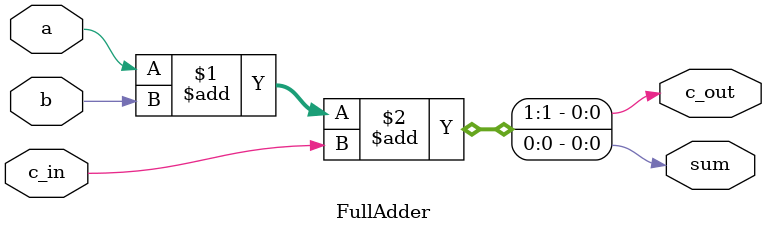
<source format=v>
module RippleCarryAdder(a,b,c_out,sum); //4-bit rca module using 4 full-adders
	input [3:0] a,b; //4-bit
	output c_out;
	output [3:0] sum; //4-bit 
	wire [2:0] c; //3-bit
	
	FullAdder U0_fa(.a(a[0]), .b(b[0]), .c_in(1'b0), .sum(sum[0]), .c_out(c[0])); //instance of full-adder
	FullAdder U1_fa(.a(a[1]), .b(b[1]), .c_in(c[0]), .sum(sum[1]), .c_out(c[1])); //instance of full-adder
	FullAdder U2_fa(.a(a[2]), .b(b[2]),.c_in(c[1]),. sum(sum[2]), .c_out(c[2])); //instance of full-adder
	FullAdder U3_fa(.a(a[3]), .b(b[3]), .c_in(c[2]), .sum(sum[3]), .c_out(c_out)); //instance of full-adder
endmodule

module FullAdder(a,b,c_in, c_out, sum);
	input a;
	input b;
	input c_in;
	output c_out;
	output sum;

	assign {c_out, sum} = a + b + c_in;
endmodule
</source>
